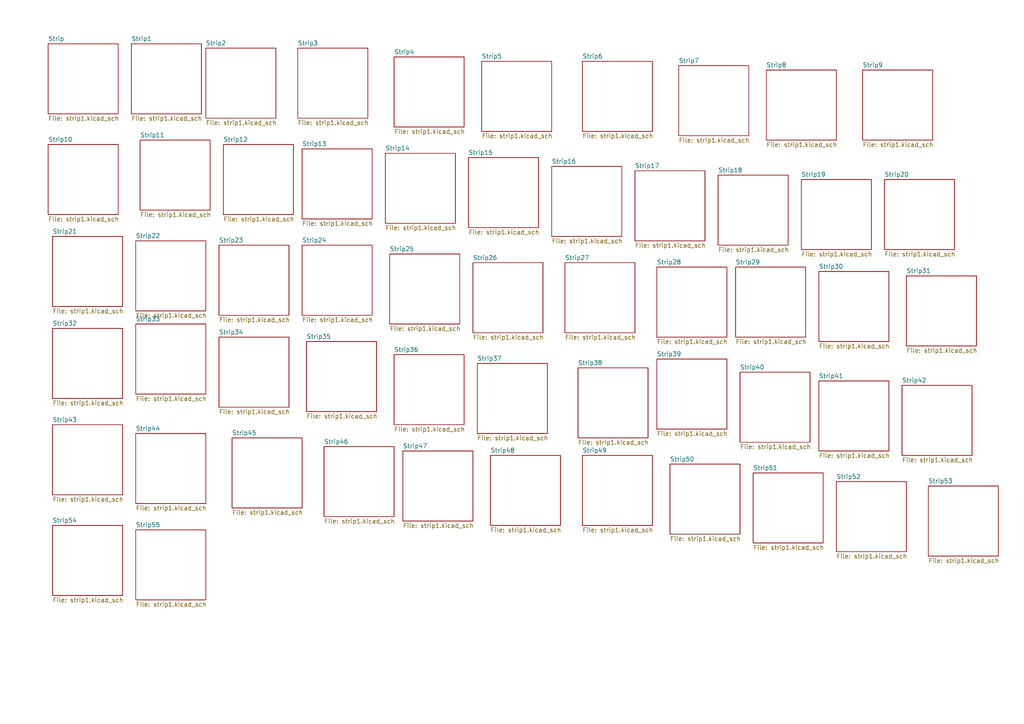
<source format=kicad_sch>
(kicad_sch
	(version 20250114)
	(generator "eeschema")
	(generator_version "9.0")
	(uuid "ec0acf9d-b630-4a70-ae1b-d8283dc20a54")
	(paper "A4")
	(lib_symbols)
	(sheet
		(at 262.89 80.01)
		(size 20.32 20.32)
		(exclude_from_sim no)
		(in_bom yes)
		(on_board yes)
		(dnp no)
		(fields_autoplaced yes)
		(stroke
			(width 0.1524)
			(type solid)
		)
		(fill
			(color 0 0 0 0.0000)
		)
		(uuid "00b2ebd1-974f-44da-a5a4-9698745f8431")
		(property "Sheetname" "Strip31"
			(at 262.89 79.2984 0)
			(effects
				(font
					(size 1.27 1.27)
				)
				(justify left bottom)
			)
		)
		(property "Sheetfile" "strip1.kicad_sch"
			(at 262.89 100.9146 0)
			(effects
				(font
					(size 1.27 1.27)
				)
				(justify left top)
			)
		)
		(instances
			(project "STRIP PCB,"
				(path "/ec0acf9d-b630-4a70-ae1b-d8283dc20a54"
					(page "33")
				)
			)
		)
	)
	(sheet
		(at 256.54 52.07)
		(size 20.32 20.32)
		(exclude_from_sim no)
		(in_bom yes)
		(on_board yes)
		(dnp no)
		(fields_autoplaced yes)
		(stroke
			(width 0.1524)
			(type solid)
		)
		(fill
			(color 0 0 0 0.0000)
		)
		(uuid "02a664cf-b16c-4f98-8160-73b862de7ff8")
		(property "Sheetname" "Strip20"
			(at 256.54 51.3584 0)
			(effects
				(font
					(size 1.27 1.27)
				)
				(justify left bottom)
			)
		)
		(property "Sheetfile" "strip1.kicad_sch"
			(at 256.54 72.9746 0)
			(effects
				(font
					(size 1.27 1.27)
				)
				(justify left top)
			)
		)
		(instances
			(project "STRIP PCB,"
				(path "/ec0acf9d-b630-4a70-ae1b-d8283dc20a54"
					(page "22")
				)
			)
		)
	)
	(sheet
		(at 232.41 52.07)
		(size 20.32 20.32)
		(exclude_from_sim no)
		(in_bom yes)
		(on_board yes)
		(dnp no)
		(fields_autoplaced yes)
		(stroke
			(width 0.1524)
			(type solid)
		)
		(fill
			(color 0 0 0 0.0000)
		)
		(uuid "09c091c4-d36c-4f76-8421-eee55fe4d6e8")
		(property "Sheetname" "Strip19"
			(at 232.41 51.3584 0)
			(effects
				(font
					(size 1.27 1.27)
				)
				(justify left bottom)
			)
		)
		(property "Sheetfile" "strip1.kicad_sch"
			(at 232.41 72.9746 0)
			(effects
				(font
					(size 1.27 1.27)
				)
				(justify left top)
			)
		)
		(instances
			(project "STRIP PCB,"
				(path "/ec0acf9d-b630-4a70-ae1b-d8283dc20a54"
					(page "21")
				)
			)
		)
	)
	(sheet
		(at 137.16 76.2)
		(size 20.32 20.32)
		(exclude_from_sim no)
		(in_bom yes)
		(on_board yes)
		(dnp no)
		(fields_autoplaced yes)
		(stroke
			(width 0.1524)
			(type solid)
		)
		(fill
			(color 0 0 0 0.0000)
		)
		(uuid "0d354996-9925-4dc1-a4ce-13cd45b7ac74")
		(property "Sheetname" "Strip26"
			(at 137.16 75.4884 0)
			(effects
				(font
					(size 1.27 1.27)
				)
				(justify left bottom)
			)
		)
		(property "Sheetfile" "strip1.kicad_sch"
			(at 137.16 97.1046 0)
			(effects
				(font
					(size 1.27 1.27)
				)
				(justify left top)
			)
		)
		(instances
			(project "STRIP PCB,"
				(path "/ec0acf9d-b630-4a70-ae1b-d8283dc20a54"
					(page "28")
				)
			)
		)
	)
	(sheet
		(at 214.63 107.95)
		(size 20.32 20.32)
		(exclude_from_sim no)
		(in_bom yes)
		(on_board yes)
		(dnp no)
		(fields_autoplaced yes)
		(stroke
			(width 0.1524)
			(type solid)
		)
		(fill
			(color 0 0 0 0.0000)
		)
		(uuid "0ff14d47-830e-4ffa-8aed-b49ec4150b16")
		(property "Sheetname" "Strip40"
			(at 214.63 107.2384 0)
			(effects
				(font
					(size 1.27 1.27)
				)
				(justify left bottom)
			)
		)
		(property "Sheetfile" "strip1.kicad_sch"
			(at 214.63 128.8546 0)
			(effects
				(font
					(size 1.27 1.27)
				)
				(justify left top)
			)
		)
		(instances
			(project "STRIP PCB,"
				(path "/ec0acf9d-b630-4a70-ae1b-d8283dc20a54"
					(page "42")
				)
			)
		)
	)
	(sheet
		(at 63.5 71.12)
		(size 20.32 20.32)
		(exclude_from_sim no)
		(in_bom yes)
		(on_board yes)
		(dnp no)
		(fields_autoplaced yes)
		(stroke
			(width 0.1524)
			(type solid)
		)
		(fill
			(color 0 0 0 0.0000)
		)
		(uuid "12fe60e7-462e-4de4-86c0-4a915cc49e61")
		(property "Sheetname" "Strip23"
			(at 63.5 70.4084 0)
			(effects
				(font
					(size 1.27 1.27)
				)
				(justify left bottom)
			)
		)
		(property "Sheetfile" "strip1.kicad_sch"
			(at 63.5 92.0246 0)
			(effects
				(font
					(size 1.27 1.27)
				)
				(justify left top)
			)
		)
		(instances
			(project "STRIP PCB,"
				(path "/ec0acf9d-b630-4a70-ae1b-d8283dc20a54"
					(page "25")
				)
			)
		)
	)
	(sheet
		(at 15.24 95.25)
		(size 20.32 20.32)
		(exclude_from_sim no)
		(in_bom yes)
		(on_board yes)
		(dnp no)
		(fields_autoplaced yes)
		(stroke
			(width 0.1524)
			(type solid)
		)
		(fill
			(color 0 0 0 0.0000)
		)
		(uuid "174130f1-98c9-4469-b91d-652483d8c528")
		(property "Sheetname" "Strip32"
			(at 15.24 94.5384 0)
			(effects
				(font
					(size 1.27 1.27)
				)
				(justify left bottom)
			)
		)
		(property "Sheetfile" "strip1.kicad_sch"
			(at 15.24 116.1546 0)
			(effects
				(font
					(size 1.27 1.27)
				)
				(justify left top)
			)
		)
		(instances
			(project "STRIP PCB,"
				(path "/ec0acf9d-b630-4a70-ae1b-d8283dc20a54"
					(page "34")
				)
			)
		)
	)
	(sheet
		(at 39.37 69.85)
		(size 20.32 20.32)
		(exclude_from_sim no)
		(in_bom yes)
		(on_board yes)
		(dnp no)
		(fields_autoplaced yes)
		(stroke
			(width 0.1524)
			(type solid)
		)
		(fill
			(color 0 0 0 0.0000)
		)
		(uuid "19f19b5c-3bdb-4464-8d7c-172a31e61d40")
		(property "Sheetname" "Strip22"
			(at 39.37 69.1384 0)
			(effects
				(font
					(size 1.27 1.27)
				)
				(justify left bottom)
			)
		)
		(property "Sheetfile" "strip1.kicad_sch"
			(at 39.37 90.7546 0)
			(effects
				(font
					(size 1.27 1.27)
				)
				(justify left top)
			)
		)
		(instances
			(project "STRIP PCB,"
				(path "/ec0acf9d-b630-4a70-ae1b-d8283dc20a54"
					(page "24")
				)
			)
		)
	)
	(sheet
		(at 242.57 139.7)
		(size 20.32 20.32)
		(exclude_from_sim no)
		(in_bom yes)
		(on_board yes)
		(dnp no)
		(fields_autoplaced yes)
		(stroke
			(width 0.1524)
			(type solid)
		)
		(fill
			(color 0 0 0 0.0000)
		)
		(uuid "227d940c-3185-42ad-b898-154240a07068")
		(property "Sheetname" "Strip52"
			(at 242.57 138.9884 0)
			(effects
				(font
					(size 1.27 1.27)
				)
				(justify left bottom)
			)
		)
		(property "Sheetfile" "strip1.kicad_sch"
			(at 242.57 160.6046 0)
			(effects
				(font
					(size 1.27 1.27)
				)
				(justify left top)
			)
		)
		(instances
			(project "STRIP PCB,"
				(path "/ec0acf9d-b630-4a70-ae1b-d8283dc20a54"
					(page "54")
				)
			)
		)
	)
	(sheet
		(at 64.77 41.91)
		(size 20.32 20.32)
		(exclude_from_sim no)
		(in_bom yes)
		(on_board yes)
		(dnp no)
		(fields_autoplaced yes)
		(stroke
			(width 0.1524)
			(type solid)
		)
		(fill
			(color 0 0 0 0.0000)
		)
		(uuid "2325865f-8fd0-49e1-8b25-ce3434a64d41")
		(property "Sheetname" "Strip12"
			(at 64.77 41.1984 0)
			(effects
				(font
					(size 1.27 1.27)
				)
				(justify left bottom)
			)
		)
		(property "Sheetfile" "strip1.kicad_sch"
			(at 64.77 62.8146 0)
			(effects
				(font
					(size 1.27 1.27)
				)
				(justify left top)
			)
		)
		(instances
			(project "STRIP PCB,"
				(path "/ec0acf9d-b630-4a70-ae1b-d8283dc20a54"
					(page "14")
				)
			)
		)
	)
	(sheet
		(at 167.64 106.68)
		(size 20.32 20.32)
		(exclude_from_sim no)
		(in_bom yes)
		(on_board yes)
		(dnp no)
		(fields_autoplaced yes)
		(stroke
			(width 0.1524)
			(type solid)
		)
		(fill
			(color 0 0 0 0.0000)
		)
		(uuid "23e34d32-43a8-4df3-9577-8704889a19af")
		(property "Sheetname" "Strip38"
			(at 167.64 105.9684 0)
			(effects
				(font
					(size 1.27 1.27)
				)
				(justify left bottom)
			)
		)
		(property "Sheetfile" "strip1.kicad_sch"
			(at 167.64 127.5846 0)
			(effects
				(font
					(size 1.27 1.27)
				)
				(justify left top)
			)
		)
		(instances
			(project "STRIP PCB,"
				(path "/ec0acf9d-b630-4a70-ae1b-d8283dc20a54"
					(page "40")
				)
			)
		)
	)
	(sheet
		(at 194.31 134.62)
		(size 20.32 20.32)
		(exclude_from_sim no)
		(in_bom yes)
		(on_board yes)
		(dnp no)
		(fields_autoplaced yes)
		(stroke
			(width 0.1524)
			(type solid)
		)
		(fill
			(color 0 0 0 0.0000)
		)
		(uuid "25d6e0d4-d332-4889-9dc7-c3890ca7a77d")
		(property "Sheetname" "Strip50"
			(at 194.31 133.9084 0)
			(effects
				(font
					(size 1.27 1.27)
				)
				(justify left bottom)
			)
		)
		(property "Sheetfile" "strip1.kicad_sch"
			(at 194.31 155.5246 0)
			(effects
				(font
					(size 1.27 1.27)
				)
				(justify left top)
			)
		)
		(instances
			(project "STRIP PCB,"
				(path "/ec0acf9d-b630-4a70-ae1b-d8283dc20a54"
					(page "52")
				)
			)
		)
	)
	(sheet
		(at 168.91 17.78)
		(size 20.32 20.32)
		(exclude_from_sim no)
		(in_bom yes)
		(on_board yes)
		(dnp no)
		(fields_autoplaced yes)
		(stroke
			(width 0.1524)
			(type solid)
		)
		(fill
			(color 0 0 0 0.0000)
		)
		(uuid "350588f8-050d-4c5c-8210-f547e044790d")
		(property "Sheetname" "Strip6"
			(at 168.91 17.0684 0)
			(effects
				(font
					(size 1.27 1.27)
				)
				(justify left bottom)
			)
		)
		(property "Sheetfile" "strip1.kicad_sch"
			(at 168.91 38.6846 0)
			(effects
				(font
					(size 1.27 1.27)
				)
				(justify left top)
			)
		)
		(instances
			(project "STRIP PCB,"
				(path "/ec0acf9d-b630-4a70-ae1b-d8283dc20a54"
					(page "8")
				)
			)
		)
	)
	(sheet
		(at 218.44 137.16)
		(size 20.32 20.32)
		(exclude_from_sim no)
		(in_bom yes)
		(on_board yes)
		(dnp no)
		(fields_autoplaced yes)
		(stroke
			(width 0.1524)
			(type solid)
		)
		(fill
			(color 0 0 0 0.0000)
		)
		(uuid "38e028f2-c531-457a-8645-0593a744ce09")
		(property "Sheetname" "Strip51"
			(at 218.44 136.4484 0)
			(effects
				(font
					(size 1.27 1.27)
				)
				(justify left bottom)
			)
		)
		(property "Sheetfile" "strip1.kicad_sch"
			(at 218.44 158.0646 0)
			(effects
				(font
					(size 1.27 1.27)
				)
				(justify left top)
			)
		)
		(instances
			(project "STRIP PCB,"
				(path "/ec0acf9d-b630-4a70-ae1b-d8283dc20a54"
					(page "53")
				)
			)
		)
	)
	(sheet
		(at 213.36 77.47)
		(size 20.32 20.32)
		(exclude_from_sim no)
		(in_bom yes)
		(on_board yes)
		(dnp no)
		(fields_autoplaced yes)
		(stroke
			(width 0.1524)
			(type solid)
		)
		(fill
			(color 0 0 0 0.0000)
		)
		(uuid "48468f65-55e1-4a94-9556-7dda1642f135")
		(property "Sheetname" "Strip29"
			(at 213.36 76.7584 0)
			(effects
				(font
					(size 1.27 1.27)
				)
				(justify left bottom)
			)
		)
		(property "Sheetfile" "strip1.kicad_sch"
			(at 213.36 98.3746 0)
			(effects
				(font
					(size 1.27 1.27)
				)
				(justify left top)
			)
		)
		(instances
			(project "STRIP PCB,"
				(path "/ec0acf9d-b630-4a70-ae1b-d8283dc20a54"
					(page "31")
				)
			)
		)
	)
	(sheet
		(at 168.91 132.08)
		(size 20.32 20.32)
		(exclude_from_sim no)
		(in_bom yes)
		(on_board yes)
		(dnp no)
		(fields_autoplaced yes)
		(stroke
			(width 0.1524)
			(type solid)
		)
		(fill
			(color 0 0 0 0.0000)
		)
		(uuid "4b0949d7-5b91-406e-9357-3d1cbcf7aafa")
		(property "Sheetname" "Strip49"
			(at 168.91 131.3684 0)
			(effects
				(font
					(size 1.27 1.27)
				)
				(justify left bottom)
			)
		)
		(property "Sheetfile" "strip1.kicad_sch"
			(at 168.91 152.9846 0)
			(effects
				(font
					(size 1.27 1.27)
				)
				(justify left top)
			)
		)
		(instances
			(project "STRIP PCB,"
				(path "/ec0acf9d-b630-4a70-ae1b-d8283dc20a54"
					(page "51")
				)
			)
		)
	)
	(sheet
		(at 269.24 140.97)
		(size 20.32 20.32)
		(exclude_from_sim no)
		(in_bom yes)
		(on_board yes)
		(dnp no)
		(fields_autoplaced yes)
		(stroke
			(width 0.1524)
			(type solid)
		)
		(fill
			(color 0 0 0 0.0000)
		)
		(uuid "4d9b4f62-edc8-4ca8-8062-4043adbf5a53")
		(property "Sheetname" "Strip53"
			(at 269.24 140.2584 0)
			(effects
				(font
					(size 1.27 1.27)
				)
				(justify left bottom)
			)
		)
		(property "Sheetfile" "strip1.kicad_sch"
			(at 269.24 161.8746 0)
			(effects
				(font
					(size 1.27 1.27)
				)
				(justify left top)
			)
		)
		(instances
			(project "STRIP PCB,"
				(path "/ec0acf9d-b630-4a70-ae1b-d8283dc20a54"
					(page "55")
				)
			)
		)
	)
	(sheet
		(at 196.85 19.05)
		(size 20.32 20.32)
		(exclude_from_sim no)
		(in_bom yes)
		(on_board yes)
		(dnp no)
		(fields_autoplaced yes)
		(stroke
			(width 0.1524)
			(type solid)
		)
		(fill
			(color 0 0 0 0.0000)
		)
		(uuid "51787525-25cd-49c1-bc9d-6726e2524873")
		(property "Sheetname" "Strip7"
			(at 196.85 18.3384 0)
			(effects
				(font
					(size 1.27 1.27)
				)
				(justify left bottom)
			)
		)
		(property "Sheetfile" "strip1.kicad_sch"
			(at 196.85 39.9546 0)
			(effects
				(font
					(size 1.27 1.27)
				)
				(justify left top)
			)
		)
		(instances
			(project "STRIP PCB,"
				(path "/ec0acf9d-b630-4a70-ae1b-d8283dc20a54"
					(page "9")
				)
			)
		)
	)
	(sheet
		(at 160.02 48.26)
		(size 20.32 20.32)
		(exclude_from_sim no)
		(in_bom yes)
		(on_board yes)
		(dnp no)
		(fields_autoplaced yes)
		(stroke
			(width 0.1524)
			(type solid)
		)
		(fill
			(color 0 0 0 0.0000)
		)
		(uuid "54cf5031-2058-4368-9d63-94b3d8d6a9bb")
		(property "Sheetname" "Strip16"
			(at 160.02 47.5484 0)
			(effects
				(font
					(size 1.27 1.27)
				)
				(justify left bottom)
			)
		)
		(property "Sheetfile" "strip1.kicad_sch"
			(at 160.02 69.1646 0)
			(effects
				(font
					(size 1.27 1.27)
				)
				(justify left top)
			)
		)
		(instances
			(project "STRIP PCB,"
				(path "/ec0acf9d-b630-4a70-ae1b-d8283dc20a54"
					(page "18")
				)
			)
		)
	)
	(sheet
		(at 59.69 13.97)
		(size 20.32 20.32)
		(exclude_from_sim no)
		(in_bom yes)
		(on_board yes)
		(dnp no)
		(fields_autoplaced yes)
		(stroke
			(width 0.1524)
			(type solid)
		)
		(fill
			(color 0 0 0 0.0000)
		)
		(uuid "57ecefd6-73b4-48ac-a959-17fab5a5ec91")
		(property "Sheetname" "Strip2"
			(at 59.69 13.2584 0)
			(effects
				(font
					(size 1.27 1.27)
				)
				(justify left bottom)
			)
		)
		(property "Sheetfile" "strip1.kicad_sch"
			(at 59.69 34.8746 0)
			(effects
				(font
					(size 1.27 1.27)
				)
				(justify left top)
			)
		)
		(instances
			(project "STRIP PCB,"
				(path "/ec0acf9d-b630-4a70-ae1b-d8283dc20a54"
					(page "4")
				)
			)
		)
	)
	(sheet
		(at 38.1 12.7)
		(size 20.32 20.32)
		(exclude_from_sim no)
		(in_bom yes)
		(on_board yes)
		(dnp no)
		(fields_autoplaced yes)
		(stroke
			(width 0.1524)
			(type solid)
		)
		(fill
			(color 0 0 0 0.0000)
		)
		(uuid "58ff4291-3de2-42ae-a9ba-89a8e31c699b")
		(property "Sheetname" "Strip1"
			(at 38.1 11.9884 0)
			(effects
				(font
					(size 1.27 1.27)
				)
				(justify left bottom)
			)
		)
		(property "Sheetfile" "strip1.kicad_sch"
			(at 38.1 33.6046 0)
			(effects
				(font
					(size 1.27 1.27)
				)
				(justify left top)
			)
		)
		(instances
			(project "STRIP PCB,"
				(path "/ec0acf9d-b630-4a70-ae1b-d8283dc20a54"
					(page "3")
				)
			)
		)
	)
	(sheet
		(at 40.64 40.64)
		(size 20.32 20.32)
		(exclude_from_sim no)
		(in_bom yes)
		(on_board yes)
		(dnp no)
		(fields_autoplaced yes)
		(stroke
			(width 0.1524)
			(type solid)
		)
		(fill
			(color 0 0 0 0.0000)
		)
		(uuid "5ea9c7f8-c674-4428-91bc-80e7d72da6c0")
		(property "Sheetname" "Strip11"
			(at 40.64 39.9284 0)
			(effects
				(font
					(size 1.27 1.27)
				)
				(justify left bottom)
			)
		)
		(property "Sheetfile" "strip1.kicad_sch"
			(at 40.64 61.5446 0)
			(effects
				(font
					(size 1.27 1.27)
				)
				(justify left top)
			)
		)
		(instances
			(project "STRIP PCB,"
				(path "/ec0acf9d-b630-4a70-ae1b-d8283dc20a54"
					(page "13")
				)
			)
		)
	)
	(sheet
		(at 250.19 20.32)
		(size 20.32 20.32)
		(exclude_from_sim no)
		(in_bom yes)
		(on_board yes)
		(dnp no)
		(fields_autoplaced yes)
		(stroke
			(width 0.1524)
			(type solid)
		)
		(fill
			(color 0 0 0 0.0000)
		)
		(uuid "63007f20-1e54-411d-9be6-70619624c9fb")
		(property "Sheetname" "Strip9"
			(at 250.19 19.6084 0)
			(effects
				(font
					(size 1.27 1.27)
				)
				(justify left bottom)
			)
		)
		(property "Sheetfile" "strip1.kicad_sch"
			(at 250.19 41.2246 0)
			(effects
				(font
					(size 1.27 1.27)
				)
				(justify left top)
			)
		)
		(instances
			(project "STRIP PCB,"
				(path "/ec0acf9d-b630-4a70-ae1b-d8283dc20a54"
					(page "11")
				)
			)
		)
	)
	(sheet
		(at 39.37 153.67)
		(size 20.32 20.32)
		(exclude_from_sim no)
		(in_bom yes)
		(on_board yes)
		(dnp no)
		(fields_autoplaced yes)
		(stroke
			(width 0.1524)
			(type solid)
		)
		(fill
			(color 0 0 0 0.0000)
		)
		(uuid "70922898-60ac-4a0c-bad9-9eea97cb1b1b")
		(property "Sheetname" "Strip55"
			(at 39.37 152.9584 0)
			(effects
				(font
					(size 1.27 1.27)
				)
				(justify left bottom)
			)
		)
		(property "Sheetfile" "strip1.kicad_sch"
			(at 39.37 174.5746 0)
			(effects
				(font
					(size 1.27 1.27)
				)
				(justify left top)
			)
		)
		(instances
			(project "STRIP PCB,"
				(path "/ec0acf9d-b630-4a70-ae1b-d8283dc20a54"
					(page "57")
				)
			)
		)
	)
	(sheet
		(at 15.24 152.4)
		(size 20.32 20.32)
		(exclude_from_sim no)
		(in_bom yes)
		(on_board yes)
		(dnp no)
		(fields_autoplaced yes)
		(stroke
			(width 0.1524)
			(type solid)
		)
		(fill
			(color 0 0 0 0.0000)
		)
		(uuid "7213588a-4742-4389-8865-0bc679a2cf97")
		(property "Sheetname" "Strip54"
			(at 15.24 151.6884 0)
			(effects
				(font
					(size 1.27 1.27)
				)
				(justify left bottom)
			)
		)
		(property "Sheetfile" "strip1.kicad_sch"
			(at 15.24 173.3046 0)
			(effects
				(font
					(size 1.27 1.27)
				)
				(justify left top)
			)
		)
		(instances
			(project "STRIP PCB,"
				(path "/ec0acf9d-b630-4a70-ae1b-d8283dc20a54"
					(page "56")
				)
			)
		)
	)
	(sheet
		(at 114.3 16.51)
		(size 20.32 20.32)
		(exclude_from_sim no)
		(in_bom yes)
		(on_board yes)
		(dnp no)
		(fields_autoplaced yes)
		(stroke
			(width 0.1524)
			(type solid)
		)
		(fill
			(color 0 0 0 0.0000)
		)
		(uuid "72da6008-522c-4ca9-807f-f87ac7a85e1a")
		(property "Sheetname" "Strip4"
			(at 114.3 15.7984 0)
			(effects
				(font
					(size 1.27 1.27)
				)
				(justify left bottom)
			)
		)
		(property "Sheetfile" "strip1.kicad_sch"
			(at 114.3 37.4146 0)
			(effects
				(font
					(size 1.27 1.27)
				)
				(justify left top)
			)
		)
		(instances
			(project "STRIP PCB,"
				(path "/ec0acf9d-b630-4a70-ae1b-d8283dc20a54"
					(page "6")
				)
			)
		)
	)
	(sheet
		(at 13.97 12.7)
		(size 20.32 20.32)
		(exclude_from_sim no)
		(in_bom yes)
		(on_board yes)
		(dnp no)
		(fields_autoplaced yes)
		(stroke
			(width 0.1524)
			(type solid)
		)
		(fill
			(color 0 0 0 0.0000)
		)
		(uuid "76437489-783b-4f7d-9bb4-0d011ba6509b")
		(property "Sheetname" "Strip"
			(at 13.97 11.9884 0)
			(effects
				(font
					(size 1.27 1.27)
				)
				(justify left bottom)
			)
		)
		(property "Sheetfile" "strip1.kicad_sch"
			(at 13.97 33.6046 0)
			(effects
				(font
					(size 1.27 1.27)
				)
				(justify left top)
			)
		)
		(instances
			(project "STRIP PCB,"
				(path "/ec0acf9d-b630-4a70-ae1b-d8283dc20a54"
					(page "2")
				)
			)
		)
	)
	(sheet
		(at 111.76 44.45)
		(size 20.32 20.32)
		(exclude_from_sim no)
		(in_bom yes)
		(on_board yes)
		(dnp no)
		(fields_autoplaced yes)
		(stroke
			(width 0.1524)
			(type solid)
		)
		(fill
			(color 0 0 0 0.0000)
		)
		(uuid "79e5e29b-7edc-495e-98b1-5d2afd13c2c1")
		(property "Sheetname" "Strip14"
			(at 111.76 43.7384 0)
			(effects
				(font
					(size 1.27 1.27)
				)
				(justify left bottom)
			)
		)
		(property "Sheetfile" "strip1.kicad_sch"
			(at 111.76 65.3546 0)
			(effects
				(font
					(size 1.27 1.27)
				)
				(justify left top)
			)
		)
		(instances
			(project "STRIP PCB,"
				(path "/ec0acf9d-b630-4a70-ae1b-d8283dc20a54"
					(page "16")
				)
			)
		)
	)
	(sheet
		(at 139.7 17.78)
		(size 20.32 20.32)
		(exclude_from_sim no)
		(in_bom yes)
		(on_board yes)
		(dnp no)
		(fields_autoplaced yes)
		(stroke
			(width 0.1524)
			(type solid)
		)
		(fill
			(color 0 0 0 0.0000)
		)
		(uuid "7b2120a8-c84f-4c23-8f66-57e25b79ec3d")
		(property "Sheetname" "Strip5"
			(at 139.7 17.0684 0)
			(effects
				(font
					(size 1.27 1.27)
				)
				(justify left bottom)
			)
		)
		(property "Sheetfile" "strip1.kicad_sch"
			(at 139.7 38.6846 0)
			(effects
				(font
					(size 1.27 1.27)
				)
				(justify left top)
			)
		)
		(instances
			(project "STRIP PCB,"
				(path "/ec0acf9d-b630-4a70-ae1b-d8283dc20a54"
					(page "7")
				)
			)
		)
	)
	(sheet
		(at 135.89 45.72)
		(size 20.32 20.32)
		(exclude_from_sim no)
		(in_bom yes)
		(on_board yes)
		(dnp no)
		(fields_autoplaced yes)
		(stroke
			(width 0.1524)
			(type solid)
		)
		(fill
			(color 0 0 0 0.0000)
		)
		(uuid "7d59a99a-9c78-457f-9f97-f08887f646f3")
		(property "Sheetname" "Strip15"
			(at 135.89 45.0084 0)
			(effects
				(font
					(size 1.27 1.27)
				)
				(justify left bottom)
			)
		)
		(property "Sheetfile" "strip1.kicad_sch"
			(at 135.89 66.6246 0)
			(effects
				(font
					(size 1.27 1.27)
				)
				(justify left top)
			)
		)
		(instances
			(project "STRIP PCB,"
				(path "/ec0acf9d-b630-4a70-ae1b-d8283dc20a54"
					(page "17")
				)
			)
		)
	)
	(sheet
		(at 87.63 71.12)
		(size 20.32 20.32)
		(exclude_from_sim no)
		(in_bom yes)
		(on_board yes)
		(dnp no)
		(fields_autoplaced yes)
		(stroke
			(width 0.1524)
			(type solid)
		)
		(fill
			(color 0 0 0 0.0000)
		)
		(uuid "822c1551-5434-4ff5-b80f-85266f9d77a1")
		(property "Sheetname" "Strip24"
			(at 87.63 70.4084 0)
			(effects
				(font
					(size 1.27 1.27)
				)
				(justify left bottom)
			)
		)
		(property "Sheetfile" "strip1.kicad_sch"
			(at 87.63 92.0246 0)
			(effects
				(font
					(size 1.27 1.27)
				)
				(justify left top)
			)
		)
		(instances
			(project "STRIP PCB,"
				(path "/ec0acf9d-b630-4a70-ae1b-d8283dc20a54"
					(page "26")
				)
			)
		)
	)
	(sheet
		(at 39.37 125.73)
		(size 20.32 20.32)
		(exclude_from_sim no)
		(in_bom yes)
		(on_board yes)
		(dnp no)
		(fields_autoplaced yes)
		(stroke
			(width 0.1524)
			(type solid)
		)
		(fill
			(color 0 0 0 0.0000)
		)
		(uuid "84993a1b-086d-4b25-9189-c0bd1ef8978d")
		(property "Sheetname" "Strip44"
			(at 39.37 125.0184 0)
			(effects
				(font
					(size 1.27 1.27)
				)
				(justify left bottom)
			)
		)
		(property "Sheetfile" "strip1.kicad_sch"
			(at 39.37 146.6346 0)
			(effects
				(font
					(size 1.27 1.27)
				)
				(justify left top)
			)
		)
		(instances
			(project "STRIP PCB,"
				(path "/ec0acf9d-b630-4a70-ae1b-d8283dc20a54"
					(page "46")
				)
			)
		)
	)
	(sheet
		(at 114.3 102.87)
		(size 20.32 20.32)
		(exclude_from_sim no)
		(in_bom yes)
		(on_board yes)
		(dnp no)
		(fields_autoplaced yes)
		(stroke
			(width 0.1524)
			(type solid)
		)
		(fill
			(color 0 0 0 0.0000)
		)
		(uuid "8946be91-6f0a-4a4b-8a4b-fdf9e41f3d2a")
		(property "Sheetname" "Strip36"
			(at 114.3 102.1584 0)
			(effects
				(font
					(size 1.27 1.27)
				)
				(justify left bottom)
			)
		)
		(property "Sheetfile" "strip1.kicad_sch"
			(at 114.3 123.7746 0)
			(effects
				(font
					(size 1.27 1.27)
				)
				(justify left top)
			)
		)
		(instances
			(project "STRIP PCB,"
				(path "/ec0acf9d-b630-4a70-ae1b-d8283dc20a54"
					(page "38")
				)
			)
		)
	)
	(sheet
		(at 67.31 127)
		(size 20.32 20.32)
		(exclude_from_sim no)
		(in_bom yes)
		(on_board yes)
		(dnp no)
		(fields_autoplaced yes)
		(stroke
			(width 0.1524)
			(type solid)
		)
		(fill
			(color 0 0 0 0.0000)
		)
		(uuid "91c4be0e-b982-4f98-a9ee-af0bd61913f5")
		(property "Sheetname" "Strip45"
			(at 67.31 126.2884 0)
			(effects
				(font
					(size 1.27 1.27)
				)
				(justify left bottom)
			)
		)
		(property "Sheetfile" "strip1.kicad_sch"
			(at 67.31 147.9046 0)
			(effects
				(font
					(size 1.27 1.27)
				)
				(justify left top)
			)
		)
		(instances
			(project "STRIP PCB,"
				(path "/ec0acf9d-b630-4a70-ae1b-d8283dc20a54"
					(page "47")
				)
			)
		)
	)
	(sheet
		(at 113.03 73.66)
		(size 20.32 20.32)
		(exclude_from_sim no)
		(in_bom yes)
		(on_board yes)
		(dnp no)
		(fields_autoplaced yes)
		(stroke
			(width 0.1524)
			(type solid)
		)
		(fill
			(color 0 0 0 0.0000)
		)
		(uuid "92346110-13eb-4d98-8630-4cb6347e2915")
		(property "Sheetname" "Strip25"
			(at 113.03 72.9484 0)
			(effects
				(font
					(size 1.27 1.27)
				)
				(justify left bottom)
			)
		)
		(property "Sheetfile" "strip1.kicad_sch"
			(at 113.03 94.5646 0)
			(effects
				(font
					(size 1.27 1.27)
				)
				(justify left top)
			)
		)
		(instances
			(project "STRIP PCB,"
				(path "/ec0acf9d-b630-4a70-ae1b-d8283dc20a54"
					(page "27")
				)
			)
		)
	)
	(sheet
		(at 93.98 129.54)
		(size 20.32 20.32)
		(exclude_from_sim no)
		(in_bom yes)
		(on_board yes)
		(dnp no)
		(fields_autoplaced yes)
		(stroke
			(width 0.1524)
			(type solid)
		)
		(fill
			(color 0 0 0 0.0000)
		)
		(uuid "9a5a9fdb-89db-4b6c-87aa-61f949559d3d")
		(property "Sheetname" "Strip46"
			(at 93.98 128.8284 0)
			(effects
				(font
					(size 1.27 1.27)
				)
				(justify left bottom)
			)
		)
		(property "Sheetfile" "strip1.kicad_sch"
			(at 93.98 150.4446 0)
			(effects
				(font
					(size 1.27 1.27)
				)
				(justify left top)
			)
		)
		(instances
			(project "STRIP PCB,"
				(path "/ec0acf9d-b630-4a70-ae1b-d8283dc20a54"
					(page "48")
				)
			)
		)
	)
	(sheet
		(at 237.49 110.49)
		(size 20.32 20.32)
		(exclude_from_sim no)
		(in_bom yes)
		(on_board yes)
		(dnp no)
		(fields_autoplaced yes)
		(stroke
			(width 0.1524)
			(type solid)
		)
		(fill
			(color 0 0 0 0.0000)
		)
		(uuid "9dd70a5f-6f63-4039-bb2e-321f2316dee3")
		(property "Sheetname" "Strip41"
			(at 237.49 109.7784 0)
			(effects
				(font
					(size 1.27 1.27)
				)
				(justify left bottom)
			)
		)
		(property "Sheetfile" "strip1.kicad_sch"
			(at 237.49 131.3946 0)
			(effects
				(font
					(size 1.27 1.27)
				)
				(justify left top)
			)
		)
		(instances
			(project "STRIP PCB,"
				(path "/ec0acf9d-b630-4a70-ae1b-d8283dc20a54"
					(page "43")
				)
			)
		)
	)
	(sheet
		(at 190.5 104.14)
		(size 20.32 20.32)
		(exclude_from_sim no)
		(in_bom yes)
		(on_board yes)
		(dnp no)
		(fields_autoplaced yes)
		(stroke
			(width 0.1524)
			(type solid)
		)
		(fill
			(color 0 0 0 0.0000)
		)
		(uuid "a194ac3b-3671-4a3d-9111-ae5ac3a69feb")
		(property "Sheetname" "Strip39"
			(at 190.5 103.4284 0)
			(effects
				(font
					(size 1.27 1.27)
				)
				(justify left bottom)
			)
		)
		(property "Sheetfile" "strip1.kicad_sch"
			(at 190.5 125.0446 0)
			(effects
				(font
					(size 1.27 1.27)
				)
				(justify left top)
			)
		)
		(instances
			(project "STRIP PCB,"
				(path "/ec0acf9d-b630-4a70-ae1b-d8283dc20a54"
					(page "41")
				)
			)
		)
	)
	(sheet
		(at 13.97 41.91)
		(size 20.32 20.32)
		(exclude_from_sim no)
		(in_bom yes)
		(on_board yes)
		(dnp no)
		(fields_autoplaced yes)
		(stroke
			(width 0.1524)
			(type solid)
		)
		(fill
			(color 0 0 0 0.0000)
		)
		(uuid "a5bac8bb-8039-4ec9-8dd8-1bf7ff005885")
		(property "Sheetname" "Strip10"
			(at 13.97 41.1984 0)
			(effects
				(font
					(size 1.27 1.27)
				)
				(justify left bottom)
			)
		)
		(property "Sheetfile" "strip1.kicad_sch"
			(at 13.97 62.8146 0)
			(effects
				(font
					(size 1.27 1.27)
				)
				(justify left top)
			)
		)
		(instances
			(project "STRIP PCB,"
				(path "/ec0acf9d-b630-4a70-ae1b-d8283dc20a54"
					(page "12")
				)
			)
		)
	)
	(sheet
		(at 190.5 77.47)
		(size 20.32 20.32)
		(exclude_from_sim no)
		(in_bom yes)
		(on_board yes)
		(dnp no)
		(fields_autoplaced yes)
		(stroke
			(width 0.1524)
			(type solid)
		)
		(fill
			(color 0 0 0 0.0000)
		)
		(uuid "b4397632-3f67-4e55-9477-b25648033c81")
		(property "Sheetname" "Strip28"
			(at 190.5 76.7584 0)
			(effects
				(font
					(size 1.27 1.27)
				)
				(justify left bottom)
			)
		)
		(property "Sheetfile" "strip1.kicad_sch"
			(at 190.5 98.3746 0)
			(effects
				(font
					(size 1.27 1.27)
				)
				(justify left top)
			)
		)
		(instances
			(project "STRIP PCB,"
				(path "/ec0acf9d-b630-4a70-ae1b-d8283dc20a54"
					(page "30")
				)
			)
		)
	)
	(sheet
		(at 184.15 49.53)
		(size 20.32 20.32)
		(exclude_from_sim no)
		(in_bom yes)
		(on_board yes)
		(dnp no)
		(fields_autoplaced yes)
		(stroke
			(width 0.1524)
			(type solid)
		)
		(fill
			(color 0 0 0 0.0000)
		)
		(uuid "be9936b9-50bb-4d0a-8e47-62f0e4c43a17")
		(property "Sheetname" "Strip17"
			(at 184.15 48.8184 0)
			(effects
				(font
					(size 1.27 1.27)
				)
				(justify left bottom)
			)
		)
		(property "Sheetfile" "strip1.kicad_sch"
			(at 184.15 70.4346 0)
			(effects
				(font
					(size 1.27 1.27)
				)
				(justify left top)
			)
		)
		(instances
			(project "STRIP PCB,"
				(path "/ec0acf9d-b630-4a70-ae1b-d8283dc20a54"
					(page "19")
				)
			)
		)
	)
	(sheet
		(at 237.49 78.74)
		(size 20.32 20.32)
		(exclude_from_sim no)
		(in_bom yes)
		(on_board yes)
		(dnp no)
		(fields_autoplaced yes)
		(stroke
			(width 0.1524)
			(type solid)
		)
		(fill
			(color 0 0 0 0.0000)
		)
		(uuid "c188c30c-3262-48db-ba89-798c2f4b7fd2")
		(property "Sheetname" "Strip30"
			(at 237.49 78.0284 0)
			(effects
				(font
					(size 1.27 1.27)
				)
				(justify left bottom)
			)
		)
		(property "Sheetfile" "strip1.kicad_sch"
			(at 237.49 99.6446 0)
			(effects
				(font
					(size 1.27 1.27)
				)
				(justify left top)
			)
		)
		(instances
			(project "STRIP PCB,"
				(path "/ec0acf9d-b630-4a70-ae1b-d8283dc20a54"
					(page "32")
				)
			)
		)
	)
	(sheet
		(at 222.25 20.32)
		(size 20.32 20.32)
		(exclude_from_sim no)
		(in_bom yes)
		(on_board yes)
		(dnp no)
		(fields_autoplaced yes)
		(stroke
			(width 0.1524)
			(type solid)
		)
		(fill
			(color 0 0 0 0.0000)
		)
		(uuid "c60131a6-a063-4c71-90e6-e71848787c8b")
		(property "Sheetname" "Strip8"
			(at 222.25 19.6084 0)
			(effects
				(font
					(size 1.27 1.27)
				)
				(justify left bottom)
			)
		)
		(property "Sheetfile" "strip1.kicad_sch"
			(at 222.25 41.2246 0)
			(effects
				(font
					(size 1.27 1.27)
				)
				(justify left top)
			)
		)
		(instances
			(project "STRIP PCB,"
				(path "/ec0acf9d-b630-4a70-ae1b-d8283dc20a54"
					(page "10")
				)
			)
		)
	)
	(sheet
		(at 86.36 13.97)
		(size 20.32 20.32)
		(exclude_from_sim no)
		(in_bom yes)
		(on_board yes)
		(dnp no)
		(fields_autoplaced yes)
		(stroke
			(width 0.1524)
			(type solid)
		)
		(fill
			(color 0 0 0 0.0000)
		)
		(uuid "c7b66997-5467-49e6-a3da-9cfc99e37554")
		(property "Sheetname" "Strip3"
			(at 86.36 13.2584 0)
			(effects
				(font
					(size 1.27 1.27)
				)
				(justify left bottom)
			)
		)
		(property "Sheetfile" "strip1.kicad_sch"
			(at 86.36 34.8746 0)
			(effects
				(font
					(size 1.27 1.27)
				)
				(justify left top)
			)
		)
		(instances
			(project "STRIP PCB,"
				(path "/ec0acf9d-b630-4a70-ae1b-d8283dc20a54"
					(page "5")
				)
			)
		)
	)
	(sheet
		(at 142.24 132.08)
		(size 20.32 20.32)
		(exclude_from_sim no)
		(in_bom yes)
		(on_board yes)
		(dnp no)
		(fields_autoplaced yes)
		(stroke
			(width 0.1524)
			(type solid)
		)
		(fill
			(color 0 0 0 0.0000)
		)
		(uuid "cb45fc56-2f70-464b-a30c-aa36854e0a9a")
		(property "Sheetname" "Strip48"
			(at 142.24 131.3684 0)
			(effects
				(font
					(size 1.27 1.27)
				)
				(justify left bottom)
			)
		)
		(property "Sheetfile" "strip1.kicad_sch"
			(at 142.24 152.9846 0)
			(effects
				(font
					(size 1.27 1.27)
				)
				(justify left top)
			)
		)
		(instances
			(project "STRIP PCB,"
				(path "/ec0acf9d-b630-4a70-ae1b-d8283dc20a54"
					(page "50")
				)
			)
		)
	)
	(sheet
		(at 15.24 123.19)
		(size 20.32 20.32)
		(exclude_from_sim no)
		(in_bom yes)
		(on_board yes)
		(dnp no)
		(fields_autoplaced yes)
		(stroke
			(width 0.1524)
			(type solid)
		)
		(fill
			(color 0 0 0 0.0000)
		)
		(uuid "ce40fc1b-4a00-48bd-b18c-e58366e78c60")
		(property "Sheetname" "Strip43"
			(at 15.24 122.4784 0)
			(effects
				(font
					(size 1.27 1.27)
				)
				(justify left bottom)
			)
		)
		(property "Sheetfile" "strip1.kicad_sch"
			(at 15.24 144.0946 0)
			(effects
				(font
					(size 1.27 1.27)
				)
				(justify left top)
			)
		)
		(instances
			(project "STRIP PCB,"
				(path "/ec0acf9d-b630-4a70-ae1b-d8283dc20a54"
					(page "45")
				)
			)
		)
	)
	(sheet
		(at 39.37 93.98)
		(size 20.32 20.32)
		(exclude_from_sim no)
		(in_bom yes)
		(on_board yes)
		(dnp no)
		(fields_autoplaced yes)
		(stroke
			(width 0.1524)
			(type solid)
		)
		(fill
			(color 0 0 0 0.0000)
		)
		(uuid "d7e8f057-68eb-4ea0-af4a-05f4cb846ddb")
		(property "Sheetname" "Strip33"
			(at 39.37 93.2684 0)
			(effects
				(font
					(size 1.27 1.27)
				)
				(justify left bottom)
			)
		)
		(property "Sheetfile" "strip1.kicad_sch"
			(at 39.37 114.8846 0)
			(effects
				(font
					(size 1.27 1.27)
				)
				(justify left top)
			)
		)
		(instances
			(project "STRIP PCB,"
				(path "/ec0acf9d-b630-4a70-ae1b-d8283dc20a54"
					(page "35")
				)
			)
		)
	)
	(sheet
		(at 88.9 99.06)
		(size 20.32 20.32)
		(exclude_from_sim no)
		(in_bom yes)
		(on_board yes)
		(dnp no)
		(fields_autoplaced yes)
		(stroke
			(width 0.1524)
			(type solid)
		)
		(fill
			(color 0 0 0 0.0000)
		)
		(uuid "df54ce5d-2752-4360-922a-142c98a847e2")
		(property "Sheetname" "Strip35"
			(at 88.9 98.3484 0)
			(effects
				(font
					(size 1.27 1.27)
				)
				(justify left bottom)
			)
		)
		(property "Sheetfile" "strip1.kicad_sch"
			(at 88.9 119.9646 0)
			(effects
				(font
					(size 1.27 1.27)
				)
				(justify left top)
			)
		)
		(instances
			(project "STRIP PCB,"
				(path "/ec0acf9d-b630-4a70-ae1b-d8283dc20a54"
					(page "37")
				)
			)
		)
	)
	(sheet
		(at 87.63 43.18)
		(size 20.32 20.32)
		(exclude_from_sim no)
		(in_bom yes)
		(on_board yes)
		(dnp no)
		(fields_autoplaced yes)
		(stroke
			(width 0.1524)
			(type solid)
		)
		(fill
			(color 0 0 0 0.0000)
		)
		(uuid "e63c38a0-a8db-42d8-aa00-5b24a9730207")
		(property "Sheetname" "Strip13"
			(at 87.63 42.4684 0)
			(effects
				(font
					(size 1.27 1.27)
				)
				(justify left bottom)
			)
		)
		(property "Sheetfile" "strip1.kicad_sch"
			(at 87.63 64.0846 0)
			(effects
				(font
					(size 1.27 1.27)
				)
				(justify left top)
			)
		)
		(instances
			(project "STRIP PCB,"
				(path "/ec0acf9d-b630-4a70-ae1b-d8283dc20a54"
					(page "15")
				)
			)
		)
	)
	(sheet
		(at 163.83 76.2)
		(size 20.32 20.32)
		(exclude_from_sim no)
		(in_bom yes)
		(on_board yes)
		(dnp no)
		(fields_autoplaced yes)
		(stroke
			(width 0.1524)
			(type solid)
		)
		(fill
			(color 0 0 0 0.0000)
		)
		(uuid "e67d60ee-a903-488c-9688-0977bcfce4a2")
		(property "Sheetname" "Strip27"
			(at 163.83 75.4884 0)
			(effects
				(font
					(size 1.27 1.27)
				)
				(justify left bottom)
			)
		)
		(property "Sheetfile" "strip1.kicad_sch"
			(at 163.83 97.1046 0)
			(effects
				(font
					(size 1.27 1.27)
				)
				(justify left top)
			)
		)
		(instances
			(project "STRIP PCB,"
				(path "/ec0acf9d-b630-4a70-ae1b-d8283dc20a54"
					(page "29")
				)
			)
		)
	)
	(sheet
		(at 138.43 105.41)
		(size 20.32 20.32)
		(exclude_from_sim no)
		(in_bom yes)
		(on_board yes)
		(dnp no)
		(fields_autoplaced yes)
		(stroke
			(width 0.1524)
			(type solid)
		)
		(fill
			(color 0 0 0 0.0000)
		)
		(uuid "ed64f165-bb6c-42c4-b0d9-2423b8559482")
		(property "Sheetname" "Strip37"
			(at 138.43 104.6984 0)
			(effects
				(font
					(size 1.27 1.27)
				)
				(justify left bottom)
			)
		)
		(property "Sheetfile" "strip1.kicad_sch"
			(at 138.43 126.3146 0)
			(effects
				(font
					(size 1.27 1.27)
				)
				(justify left top)
			)
		)
		(instances
			(project "STRIP PCB,"
				(path "/ec0acf9d-b630-4a70-ae1b-d8283dc20a54"
					(page "39")
				)
			)
		)
	)
	(sheet
		(at 261.62 111.76)
		(size 20.32 20.32)
		(exclude_from_sim no)
		(in_bom yes)
		(on_board yes)
		(dnp no)
		(fields_autoplaced yes)
		(stroke
			(width 0.1524)
			(type solid)
		)
		(fill
			(color 0 0 0 0.0000)
		)
		(uuid "edd429af-647f-4cf4-9696-f112e2cdb5a4")
		(property "Sheetname" "Strip42"
			(at 261.62 111.0484 0)
			(effects
				(font
					(size 1.27 1.27)
				)
				(justify left bottom)
			)
		)
		(property "Sheetfile" "strip1.kicad_sch"
			(at 261.62 132.6646 0)
			(effects
				(font
					(size 1.27 1.27)
				)
				(justify left top)
			)
		)
		(instances
			(project "STRIP PCB,"
				(path "/ec0acf9d-b630-4a70-ae1b-d8283dc20a54"
					(page "44")
				)
			)
		)
	)
	(sheet
		(at 63.5 97.79)
		(size 20.32 20.32)
		(exclude_from_sim no)
		(in_bom yes)
		(on_board yes)
		(dnp no)
		(fields_autoplaced yes)
		(stroke
			(width 0.1524)
			(type solid)
		)
		(fill
			(color 0 0 0 0.0000)
		)
		(uuid "f42054be-9dbb-4a1c-a043-765d2763ce7e")
		(property "Sheetname" "Strip34"
			(at 63.5 97.0784 0)
			(effects
				(font
					(size 1.27 1.27)
				)
				(justify left bottom)
			)
		)
		(property "Sheetfile" "strip1.kicad_sch"
			(at 63.5 118.6946 0)
			(effects
				(font
					(size 1.27 1.27)
				)
				(justify left top)
			)
		)
		(instances
			(project "STRIP PCB,"
				(path "/ec0acf9d-b630-4a70-ae1b-d8283dc20a54"
					(page "36")
				)
			)
		)
	)
	(sheet
		(at 15.24 68.58)
		(size 20.32 20.32)
		(exclude_from_sim no)
		(in_bom yes)
		(on_board yes)
		(dnp no)
		(fields_autoplaced yes)
		(stroke
			(width 0.1524)
			(type solid)
		)
		(fill
			(color 0 0 0 0.0000)
		)
		(uuid "f7ae9017-49af-47ba-92df-6b6ee731ace6")
		(property "Sheetname" "Strip21"
			(at 15.24 67.8684 0)
			(effects
				(font
					(size 1.27 1.27)
				)
				(justify left bottom)
			)
		)
		(property "Sheetfile" "strip1.kicad_sch"
			(at 15.24 89.4846 0)
			(effects
				(font
					(size 1.27 1.27)
				)
				(justify left top)
			)
		)
		(instances
			(project "STRIP PCB,"
				(path "/ec0acf9d-b630-4a70-ae1b-d8283dc20a54"
					(page "23")
				)
			)
		)
	)
	(sheet
		(at 208.28 50.8)
		(size 20.32 20.32)
		(exclude_from_sim no)
		(in_bom yes)
		(on_board yes)
		(dnp no)
		(fields_autoplaced yes)
		(stroke
			(width 0.1524)
			(type solid)
		)
		(fill
			(color 0 0 0 0.0000)
		)
		(uuid "f7dcd5a5-8e94-4c4d-9683-c5e5b85fab54")
		(property "Sheetname" "Strip18"
			(at 208.28 50.0884 0)
			(effects
				(font
					(size 1.27 1.27)
				)
				(justify left bottom)
			)
		)
		(property "Sheetfile" "strip1.kicad_sch"
			(at 208.28 71.7046 0)
			(effects
				(font
					(size 1.27 1.27)
				)
				(justify left top)
			)
		)
		(instances
			(project "STRIP PCB,"
				(path "/ec0acf9d-b630-4a70-ae1b-d8283dc20a54"
					(page "20")
				)
			)
		)
	)
	(sheet
		(at 116.84 130.81)
		(size 20.32 20.32)
		(exclude_from_sim no)
		(in_bom yes)
		(on_board yes)
		(dnp no)
		(fields_autoplaced yes)
		(stroke
			(width 0.1524)
			(type solid)
		)
		(fill
			(color 0 0 0 0.0000)
		)
		(uuid "f8681ae0-ec1c-4016-8225-7fde5ade9db4")
		(property "Sheetname" "Strip47"
			(at 116.84 130.0984 0)
			(effects
				(font
					(size 1.27 1.27)
				)
				(justify left bottom)
			)
		)
		(property "Sheetfile" "strip1.kicad_sch"
			(at 116.84 151.7146 0)
			(effects
				(font
					(size 1.27 1.27)
				)
				(justify left top)
			)
		)
		(instances
			(project "STRIP PCB,"
				(path "/ec0acf9d-b630-4a70-ae1b-d8283dc20a54"
					(page "49")
				)
			)
		)
	)
	(sheet_instances
		(path "/"
			(page "1")
		)
	)
	(embedded_fonts no)
)

</source>
